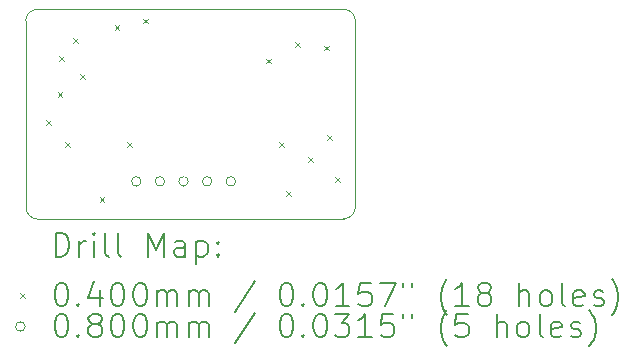
<source format=gbr>
%TF.GenerationSoftware,KiCad,Pcbnew,7.0.8*%
%TF.CreationDate,2024-10-08T21:20:55-04:00*%
%TF.ProjectId,SPIBreakout,53504942-7265-4616-9b6f-75742e6b6963,rev?*%
%TF.SameCoordinates,Original*%
%TF.FileFunction,Drillmap*%
%TF.FilePolarity,Positive*%
%FSLAX45Y45*%
G04 Gerber Fmt 4.5, Leading zero omitted, Abs format (unit mm)*
G04 Created by KiCad (PCBNEW 7.0.8) date 2024-10-08 21:20:55*
%MOMM*%
%LPD*%
G01*
G04 APERTURE LIST*
%ADD10C,0.100000*%
%ADD11C,0.200000*%
%ADD12C,0.040000*%
%ADD13C,0.080000*%
G04 APERTURE END LIST*
D10*
X13212155Y-7065160D02*
G75*
G03*
X13312000Y-6965155I-155J100000D01*
G01*
X10522782Y-6969404D02*
G75*
G03*
X10622596Y-7069179I99999J224D01*
G01*
X13212155Y-7065155D02*
X10622596Y-7069179D01*
X13212000Y-5292000D02*
X10619225Y-5292000D01*
X10619225Y-5292005D02*
G75*
G03*
X10519226Y-5392225I-5J-99995D01*
G01*
X13312000Y-6965155D02*
X13312000Y-5392000D01*
X10522776Y-6969404D02*
X10519226Y-5392225D01*
X13312000Y-5392000D02*
G75*
G03*
X13212000Y-5292000I-100000J0D01*
G01*
D11*
D12*
X10694000Y-6233000D02*
X10734000Y-6273000D01*
X10734000Y-6233000D02*
X10694000Y-6273000D01*
X10791000Y-5996000D02*
X10831000Y-6036000D01*
X10831000Y-5996000D02*
X10791000Y-6036000D01*
X10800000Y-5688000D02*
X10840000Y-5728000D01*
X10840000Y-5688000D02*
X10800000Y-5728000D01*
X10854000Y-6418000D02*
X10894000Y-6458000D01*
X10894000Y-6418000D02*
X10854000Y-6458000D01*
X10922000Y-5536000D02*
X10962000Y-5576000D01*
X10962000Y-5536000D02*
X10922000Y-5576000D01*
X10981000Y-5843000D02*
X11021000Y-5883000D01*
X11021000Y-5843000D02*
X10981000Y-5883000D01*
X11145000Y-6883000D02*
X11185000Y-6923000D01*
X11185000Y-6883000D02*
X11145000Y-6923000D01*
X11274000Y-5426000D02*
X11314000Y-5466000D01*
X11314000Y-5426000D02*
X11274000Y-5466000D01*
X11380000Y-6418000D02*
X11420000Y-6458000D01*
X11420000Y-6418000D02*
X11380000Y-6458000D01*
X11512000Y-5371000D02*
X11552000Y-5411000D01*
X11552000Y-5371000D02*
X11512000Y-5411000D01*
X12555000Y-5709000D02*
X12595000Y-5749000D01*
X12595000Y-5709000D02*
X12555000Y-5749000D01*
X12667000Y-6417000D02*
X12707000Y-6457000D01*
X12707000Y-6417000D02*
X12667000Y-6457000D01*
X12723000Y-6830000D02*
X12763000Y-6870000D01*
X12763000Y-6830000D02*
X12723000Y-6870000D01*
X12804000Y-5570000D02*
X12844000Y-5610000D01*
X12844000Y-5570000D02*
X12804000Y-5610000D01*
X12913000Y-6545000D02*
X12953000Y-6585000D01*
X12953000Y-6545000D02*
X12913000Y-6585000D01*
X13047000Y-5601000D02*
X13087000Y-5641000D01*
X13087000Y-5601000D02*
X13047000Y-5641000D01*
X13069000Y-6356000D02*
X13109000Y-6396000D01*
X13109000Y-6356000D02*
X13069000Y-6396000D01*
X13141000Y-6712000D02*
X13181000Y-6752000D01*
X13181000Y-6712000D02*
X13141000Y-6752000D01*
D13*
X11496000Y-6749000D02*
G75*
G03*
X11496000Y-6749000I-40000J0D01*
G01*
X11696000Y-6749000D02*
G75*
G03*
X11696000Y-6749000I-40000J0D01*
G01*
X11896000Y-6749000D02*
G75*
G03*
X11896000Y-6749000I-40000J0D01*
G01*
X12096000Y-6749000D02*
G75*
G03*
X12096000Y-6749000I-40000J0D01*
G01*
X12296000Y-6749000D02*
G75*
G03*
X12296000Y-6749000I-40000J0D01*
G01*
D11*
X10775002Y-7385662D02*
X10775002Y-7185662D01*
X10775002Y-7185662D02*
X10822621Y-7185662D01*
X10822621Y-7185662D02*
X10851193Y-7195186D01*
X10851193Y-7195186D02*
X10870240Y-7214234D01*
X10870240Y-7214234D02*
X10879764Y-7233281D01*
X10879764Y-7233281D02*
X10889288Y-7271377D01*
X10889288Y-7271377D02*
X10889288Y-7299948D01*
X10889288Y-7299948D02*
X10879764Y-7338043D01*
X10879764Y-7338043D02*
X10870240Y-7357091D01*
X10870240Y-7357091D02*
X10851193Y-7376139D01*
X10851193Y-7376139D02*
X10822621Y-7385662D01*
X10822621Y-7385662D02*
X10775002Y-7385662D01*
X10975002Y-7385662D02*
X10975002Y-7252329D01*
X10975002Y-7290424D02*
X10984526Y-7271377D01*
X10984526Y-7271377D02*
X10994050Y-7261853D01*
X10994050Y-7261853D02*
X11013097Y-7252329D01*
X11013097Y-7252329D02*
X11032145Y-7252329D01*
X11098812Y-7385662D02*
X11098812Y-7252329D01*
X11098812Y-7185662D02*
X11089288Y-7195186D01*
X11089288Y-7195186D02*
X11098812Y-7204710D01*
X11098812Y-7204710D02*
X11108335Y-7195186D01*
X11108335Y-7195186D02*
X11098812Y-7185662D01*
X11098812Y-7185662D02*
X11098812Y-7204710D01*
X11222621Y-7385662D02*
X11203573Y-7376139D01*
X11203573Y-7376139D02*
X11194050Y-7357091D01*
X11194050Y-7357091D02*
X11194050Y-7185662D01*
X11327383Y-7385662D02*
X11308335Y-7376139D01*
X11308335Y-7376139D02*
X11298812Y-7357091D01*
X11298812Y-7357091D02*
X11298812Y-7185662D01*
X11555954Y-7385662D02*
X11555954Y-7185662D01*
X11555954Y-7185662D02*
X11622621Y-7328520D01*
X11622621Y-7328520D02*
X11689288Y-7185662D01*
X11689288Y-7185662D02*
X11689288Y-7385662D01*
X11870240Y-7385662D02*
X11870240Y-7280901D01*
X11870240Y-7280901D02*
X11860716Y-7261853D01*
X11860716Y-7261853D02*
X11841669Y-7252329D01*
X11841669Y-7252329D02*
X11803573Y-7252329D01*
X11803573Y-7252329D02*
X11784526Y-7261853D01*
X11870240Y-7376139D02*
X11851193Y-7385662D01*
X11851193Y-7385662D02*
X11803573Y-7385662D01*
X11803573Y-7385662D02*
X11784526Y-7376139D01*
X11784526Y-7376139D02*
X11775002Y-7357091D01*
X11775002Y-7357091D02*
X11775002Y-7338043D01*
X11775002Y-7338043D02*
X11784526Y-7318996D01*
X11784526Y-7318996D02*
X11803573Y-7309472D01*
X11803573Y-7309472D02*
X11851193Y-7309472D01*
X11851193Y-7309472D02*
X11870240Y-7299948D01*
X11965478Y-7252329D02*
X11965478Y-7452329D01*
X11965478Y-7261853D02*
X11984526Y-7252329D01*
X11984526Y-7252329D02*
X12022621Y-7252329D01*
X12022621Y-7252329D02*
X12041669Y-7261853D01*
X12041669Y-7261853D02*
X12051193Y-7271377D01*
X12051193Y-7271377D02*
X12060716Y-7290424D01*
X12060716Y-7290424D02*
X12060716Y-7347567D01*
X12060716Y-7347567D02*
X12051193Y-7366615D01*
X12051193Y-7366615D02*
X12041669Y-7376139D01*
X12041669Y-7376139D02*
X12022621Y-7385662D01*
X12022621Y-7385662D02*
X11984526Y-7385662D01*
X11984526Y-7385662D02*
X11965478Y-7376139D01*
X12146431Y-7366615D02*
X12155954Y-7376139D01*
X12155954Y-7376139D02*
X12146431Y-7385662D01*
X12146431Y-7385662D02*
X12136907Y-7376139D01*
X12136907Y-7376139D02*
X12146431Y-7366615D01*
X12146431Y-7366615D02*
X12146431Y-7385662D01*
X12146431Y-7261853D02*
X12155954Y-7271377D01*
X12155954Y-7271377D02*
X12146431Y-7280901D01*
X12146431Y-7280901D02*
X12136907Y-7271377D01*
X12136907Y-7271377D02*
X12146431Y-7261853D01*
X12146431Y-7261853D02*
X12146431Y-7280901D01*
D12*
X10474225Y-7694179D02*
X10514225Y-7734179D01*
X10514225Y-7694179D02*
X10474225Y-7734179D01*
D11*
X10813097Y-7605662D02*
X10832145Y-7605662D01*
X10832145Y-7605662D02*
X10851193Y-7615186D01*
X10851193Y-7615186D02*
X10860716Y-7624710D01*
X10860716Y-7624710D02*
X10870240Y-7643758D01*
X10870240Y-7643758D02*
X10879764Y-7681853D01*
X10879764Y-7681853D02*
X10879764Y-7729472D01*
X10879764Y-7729472D02*
X10870240Y-7767567D01*
X10870240Y-7767567D02*
X10860716Y-7786615D01*
X10860716Y-7786615D02*
X10851193Y-7796139D01*
X10851193Y-7796139D02*
X10832145Y-7805662D01*
X10832145Y-7805662D02*
X10813097Y-7805662D01*
X10813097Y-7805662D02*
X10794050Y-7796139D01*
X10794050Y-7796139D02*
X10784526Y-7786615D01*
X10784526Y-7786615D02*
X10775002Y-7767567D01*
X10775002Y-7767567D02*
X10765478Y-7729472D01*
X10765478Y-7729472D02*
X10765478Y-7681853D01*
X10765478Y-7681853D02*
X10775002Y-7643758D01*
X10775002Y-7643758D02*
X10784526Y-7624710D01*
X10784526Y-7624710D02*
X10794050Y-7615186D01*
X10794050Y-7615186D02*
X10813097Y-7605662D01*
X10965478Y-7786615D02*
X10975002Y-7796139D01*
X10975002Y-7796139D02*
X10965478Y-7805662D01*
X10965478Y-7805662D02*
X10955955Y-7796139D01*
X10955955Y-7796139D02*
X10965478Y-7786615D01*
X10965478Y-7786615D02*
X10965478Y-7805662D01*
X11146431Y-7672329D02*
X11146431Y-7805662D01*
X11098812Y-7596139D02*
X11051193Y-7738996D01*
X11051193Y-7738996D02*
X11175002Y-7738996D01*
X11289288Y-7605662D02*
X11308335Y-7605662D01*
X11308335Y-7605662D02*
X11327383Y-7615186D01*
X11327383Y-7615186D02*
X11336907Y-7624710D01*
X11336907Y-7624710D02*
X11346431Y-7643758D01*
X11346431Y-7643758D02*
X11355954Y-7681853D01*
X11355954Y-7681853D02*
X11355954Y-7729472D01*
X11355954Y-7729472D02*
X11346431Y-7767567D01*
X11346431Y-7767567D02*
X11336907Y-7786615D01*
X11336907Y-7786615D02*
X11327383Y-7796139D01*
X11327383Y-7796139D02*
X11308335Y-7805662D01*
X11308335Y-7805662D02*
X11289288Y-7805662D01*
X11289288Y-7805662D02*
X11270240Y-7796139D01*
X11270240Y-7796139D02*
X11260716Y-7786615D01*
X11260716Y-7786615D02*
X11251193Y-7767567D01*
X11251193Y-7767567D02*
X11241669Y-7729472D01*
X11241669Y-7729472D02*
X11241669Y-7681853D01*
X11241669Y-7681853D02*
X11251193Y-7643758D01*
X11251193Y-7643758D02*
X11260716Y-7624710D01*
X11260716Y-7624710D02*
X11270240Y-7615186D01*
X11270240Y-7615186D02*
X11289288Y-7605662D01*
X11479764Y-7605662D02*
X11498812Y-7605662D01*
X11498812Y-7605662D02*
X11517859Y-7615186D01*
X11517859Y-7615186D02*
X11527383Y-7624710D01*
X11527383Y-7624710D02*
X11536907Y-7643758D01*
X11536907Y-7643758D02*
X11546431Y-7681853D01*
X11546431Y-7681853D02*
X11546431Y-7729472D01*
X11546431Y-7729472D02*
X11536907Y-7767567D01*
X11536907Y-7767567D02*
X11527383Y-7786615D01*
X11527383Y-7786615D02*
X11517859Y-7796139D01*
X11517859Y-7796139D02*
X11498812Y-7805662D01*
X11498812Y-7805662D02*
X11479764Y-7805662D01*
X11479764Y-7805662D02*
X11460716Y-7796139D01*
X11460716Y-7796139D02*
X11451193Y-7786615D01*
X11451193Y-7786615D02*
X11441669Y-7767567D01*
X11441669Y-7767567D02*
X11432145Y-7729472D01*
X11432145Y-7729472D02*
X11432145Y-7681853D01*
X11432145Y-7681853D02*
X11441669Y-7643758D01*
X11441669Y-7643758D02*
X11451193Y-7624710D01*
X11451193Y-7624710D02*
X11460716Y-7615186D01*
X11460716Y-7615186D02*
X11479764Y-7605662D01*
X11632145Y-7805662D02*
X11632145Y-7672329D01*
X11632145Y-7691377D02*
X11641669Y-7681853D01*
X11641669Y-7681853D02*
X11660716Y-7672329D01*
X11660716Y-7672329D02*
X11689288Y-7672329D01*
X11689288Y-7672329D02*
X11708335Y-7681853D01*
X11708335Y-7681853D02*
X11717859Y-7700901D01*
X11717859Y-7700901D02*
X11717859Y-7805662D01*
X11717859Y-7700901D02*
X11727383Y-7681853D01*
X11727383Y-7681853D02*
X11746431Y-7672329D01*
X11746431Y-7672329D02*
X11775002Y-7672329D01*
X11775002Y-7672329D02*
X11794050Y-7681853D01*
X11794050Y-7681853D02*
X11803574Y-7700901D01*
X11803574Y-7700901D02*
X11803574Y-7805662D01*
X11898812Y-7805662D02*
X11898812Y-7672329D01*
X11898812Y-7691377D02*
X11908335Y-7681853D01*
X11908335Y-7681853D02*
X11927383Y-7672329D01*
X11927383Y-7672329D02*
X11955955Y-7672329D01*
X11955955Y-7672329D02*
X11975002Y-7681853D01*
X11975002Y-7681853D02*
X11984526Y-7700901D01*
X11984526Y-7700901D02*
X11984526Y-7805662D01*
X11984526Y-7700901D02*
X11994050Y-7681853D01*
X11994050Y-7681853D02*
X12013097Y-7672329D01*
X12013097Y-7672329D02*
X12041669Y-7672329D01*
X12041669Y-7672329D02*
X12060716Y-7681853D01*
X12060716Y-7681853D02*
X12070240Y-7700901D01*
X12070240Y-7700901D02*
X12070240Y-7805662D01*
X12460716Y-7596139D02*
X12289288Y-7853281D01*
X12717859Y-7605662D02*
X12736907Y-7605662D01*
X12736907Y-7605662D02*
X12755955Y-7615186D01*
X12755955Y-7615186D02*
X12765478Y-7624710D01*
X12765478Y-7624710D02*
X12775002Y-7643758D01*
X12775002Y-7643758D02*
X12784526Y-7681853D01*
X12784526Y-7681853D02*
X12784526Y-7729472D01*
X12784526Y-7729472D02*
X12775002Y-7767567D01*
X12775002Y-7767567D02*
X12765478Y-7786615D01*
X12765478Y-7786615D02*
X12755955Y-7796139D01*
X12755955Y-7796139D02*
X12736907Y-7805662D01*
X12736907Y-7805662D02*
X12717859Y-7805662D01*
X12717859Y-7805662D02*
X12698812Y-7796139D01*
X12698812Y-7796139D02*
X12689288Y-7786615D01*
X12689288Y-7786615D02*
X12679764Y-7767567D01*
X12679764Y-7767567D02*
X12670240Y-7729472D01*
X12670240Y-7729472D02*
X12670240Y-7681853D01*
X12670240Y-7681853D02*
X12679764Y-7643758D01*
X12679764Y-7643758D02*
X12689288Y-7624710D01*
X12689288Y-7624710D02*
X12698812Y-7615186D01*
X12698812Y-7615186D02*
X12717859Y-7605662D01*
X12870240Y-7786615D02*
X12879764Y-7796139D01*
X12879764Y-7796139D02*
X12870240Y-7805662D01*
X12870240Y-7805662D02*
X12860717Y-7796139D01*
X12860717Y-7796139D02*
X12870240Y-7786615D01*
X12870240Y-7786615D02*
X12870240Y-7805662D01*
X13003574Y-7605662D02*
X13022621Y-7605662D01*
X13022621Y-7605662D02*
X13041669Y-7615186D01*
X13041669Y-7615186D02*
X13051193Y-7624710D01*
X13051193Y-7624710D02*
X13060717Y-7643758D01*
X13060717Y-7643758D02*
X13070240Y-7681853D01*
X13070240Y-7681853D02*
X13070240Y-7729472D01*
X13070240Y-7729472D02*
X13060717Y-7767567D01*
X13060717Y-7767567D02*
X13051193Y-7786615D01*
X13051193Y-7786615D02*
X13041669Y-7796139D01*
X13041669Y-7796139D02*
X13022621Y-7805662D01*
X13022621Y-7805662D02*
X13003574Y-7805662D01*
X13003574Y-7805662D02*
X12984526Y-7796139D01*
X12984526Y-7796139D02*
X12975002Y-7786615D01*
X12975002Y-7786615D02*
X12965478Y-7767567D01*
X12965478Y-7767567D02*
X12955955Y-7729472D01*
X12955955Y-7729472D02*
X12955955Y-7681853D01*
X12955955Y-7681853D02*
X12965478Y-7643758D01*
X12965478Y-7643758D02*
X12975002Y-7624710D01*
X12975002Y-7624710D02*
X12984526Y-7615186D01*
X12984526Y-7615186D02*
X13003574Y-7605662D01*
X13260717Y-7805662D02*
X13146431Y-7805662D01*
X13203574Y-7805662D02*
X13203574Y-7605662D01*
X13203574Y-7605662D02*
X13184526Y-7634234D01*
X13184526Y-7634234D02*
X13165478Y-7653281D01*
X13165478Y-7653281D02*
X13146431Y-7662805D01*
X13441669Y-7605662D02*
X13346431Y-7605662D01*
X13346431Y-7605662D02*
X13336907Y-7700901D01*
X13336907Y-7700901D02*
X13346431Y-7691377D01*
X13346431Y-7691377D02*
X13365478Y-7681853D01*
X13365478Y-7681853D02*
X13413098Y-7681853D01*
X13413098Y-7681853D02*
X13432145Y-7691377D01*
X13432145Y-7691377D02*
X13441669Y-7700901D01*
X13441669Y-7700901D02*
X13451193Y-7719948D01*
X13451193Y-7719948D02*
X13451193Y-7767567D01*
X13451193Y-7767567D02*
X13441669Y-7786615D01*
X13441669Y-7786615D02*
X13432145Y-7796139D01*
X13432145Y-7796139D02*
X13413098Y-7805662D01*
X13413098Y-7805662D02*
X13365478Y-7805662D01*
X13365478Y-7805662D02*
X13346431Y-7796139D01*
X13346431Y-7796139D02*
X13336907Y-7786615D01*
X13517859Y-7605662D02*
X13651193Y-7605662D01*
X13651193Y-7605662D02*
X13565478Y-7805662D01*
X13717859Y-7605662D02*
X13717859Y-7643758D01*
X13794050Y-7605662D02*
X13794050Y-7643758D01*
X14089288Y-7881853D02*
X14079764Y-7872329D01*
X14079764Y-7872329D02*
X14060717Y-7843758D01*
X14060717Y-7843758D02*
X14051193Y-7824710D01*
X14051193Y-7824710D02*
X14041669Y-7796139D01*
X14041669Y-7796139D02*
X14032145Y-7748520D01*
X14032145Y-7748520D02*
X14032145Y-7710424D01*
X14032145Y-7710424D02*
X14041669Y-7662805D01*
X14041669Y-7662805D02*
X14051193Y-7634234D01*
X14051193Y-7634234D02*
X14060717Y-7615186D01*
X14060717Y-7615186D02*
X14079764Y-7586615D01*
X14079764Y-7586615D02*
X14089288Y-7577091D01*
X14270240Y-7805662D02*
X14155955Y-7805662D01*
X14213098Y-7805662D02*
X14213098Y-7605662D01*
X14213098Y-7605662D02*
X14194050Y-7634234D01*
X14194050Y-7634234D02*
X14175002Y-7653281D01*
X14175002Y-7653281D02*
X14155955Y-7662805D01*
X14384526Y-7691377D02*
X14365479Y-7681853D01*
X14365479Y-7681853D02*
X14355955Y-7672329D01*
X14355955Y-7672329D02*
X14346431Y-7653281D01*
X14346431Y-7653281D02*
X14346431Y-7643758D01*
X14346431Y-7643758D02*
X14355955Y-7624710D01*
X14355955Y-7624710D02*
X14365479Y-7615186D01*
X14365479Y-7615186D02*
X14384526Y-7605662D01*
X14384526Y-7605662D02*
X14422621Y-7605662D01*
X14422621Y-7605662D02*
X14441669Y-7615186D01*
X14441669Y-7615186D02*
X14451193Y-7624710D01*
X14451193Y-7624710D02*
X14460717Y-7643758D01*
X14460717Y-7643758D02*
X14460717Y-7653281D01*
X14460717Y-7653281D02*
X14451193Y-7672329D01*
X14451193Y-7672329D02*
X14441669Y-7681853D01*
X14441669Y-7681853D02*
X14422621Y-7691377D01*
X14422621Y-7691377D02*
X14384526Y-7691377D01*
X14384526Y-7691377D02*
X14365479Y-7700901D01*
X14365479Y-7700901D02*
X14355955Y-7710424D01*
X14355955Y-7710424D02*
X14346431Y-7729472D01*
X14346431Y-7729472D02*
X14346431Y-7767567D01*
X14346431Y-7767567D02*
X14355955Y-7786615D01*
X14355955Y-7786615D02*
X14365479Y-7796139D01*
X14365479Y-7796139D02*
X14384526Y-7805662D01*
X14384526Y-7805662D02*
X14422621Y-7805662D01*
X14422621Y-7805662D02*
X14441669Y-7796139D01*
X14441669Y-7796139D02*
X14451193Y-7786615D01*
X14451193Y-7786615D02*
X14460717Y-7767567D01*
X14460717Y-7767567D02*
X14460717Y-7729472D01*
X14460717Y-7729472D02*
X14451193Y-7710424D01*
X14451193Y-7710424D02*
X14441669Y-7700901D01*
X14441669Y-7700901D02*
X14422621Y-7691377D01*
X14698812Y-7805662D02*
X14698812Y-7605662D01*
X14784526Y-7805662D02*
X14784526Y-7700901D01*
X14784526Y-7700901D02*
X14775002Y-7681853D01*
X14775002Y-7681853D02*
X14755955Y-7672329D01*
X14755955Y-7672329D02*
X14727383Y-7672329D01*
X14727383Y-7672329D02*
X14708336Y-7681853D01*
X14708336Y-7681853D02*
X14698812Y-7691377D01*
X14908336Y-7805662D02*
X14889288Y-7796139D01*
X14889288Y-7796139D02*
X14879764Y-7786615D01*
X14879764Y-7786615D02*
X14870241Y-7767567D01*
X14870241Y-7767567D02*
X14870241Y-7710424D01*
X14870241Y-7710424D02*
X14879764Y-7691377D01*
X14879764Y-7691377D02*
X14889288Y-7681853D01*
X14889288Y-7681853D02*
X14908336Y-7672329D01*
X14908336Y-7672329D02*
X14936907Y-7672329D01*
X14936907Y-7672329D02*
X14955955Y-7681853D01*
X14955955Y-7681853D02*
X14965479Y-7691377D01*
X14965479Y-7691377D02*
X14975002Y-7710424D01*
X14975002Y-7710424D02*
X14975002Y-7767567D01*
X14975002Y-7767567D02*
X14965479Y-7786615D01*
X14965479Y-7786615D02*
X14955955Y-7796139D01*
X14955955Y-7796139D02*
X14936907Y-7805662D01*
X14936907Y-7805662D02*
X14908336Y-7805662D01*
X15089288Y-7805662D02*
X15070241Y-7796139D01*
X15070241Y-7796139D02*
X15060717Y-7777091D01*
X15060717Y-7777091D02*
X15060717Y-7605662D01*
X15241669Y-7796139D02*
X15222622Y-7805662D01*
X15222622Y-7805662D02*
X15184526Y-7805662D01*
X15184526Y-7805662D02*
X15165479Y-7796139D01*
X15165479Y-7796139D02*
X15155955Y-7777091D01*
X15155955Y-7777091D02*
X15155955Y-7700901D01*
X15155955Y-7700901D02*
X15165479Y-7681853D01*
X15165479Y-7681853D02*
X15184526Y-7672329D01*
X15184526Y-7672329D02*
X15222622Y-7672329D01*
X15222622Y-7672329D02*
X15241669Y-7681853D01*
X15241669Y-7681853D02*
X15251193Y-7700901D01*
X15251193Y-7700901D02*
X15251193Y-7719948D01*
X15251193Y-7719948D02*
X15155955Y-7738996D01*
X15327383Y-7796139D02*
X15346431Y-7805662D01*
X15346431Y-7805662D02*
X15384526Y-7805662D01*
X15384526Y-7805662D02*
X15403574Y-7796139D01*
X15403574Y-7796139D02*
X15413098Y-7777091D01*
X15413098Y-7777091D02*
X15413098Y-7767567D01*
X15413098Y-7767567D02*
X15403574Y-7748520D01*
X15403574Y-7748520D02*
X15384526Y-7738996D01*
X15384526Y-7738996D02*
X15355955Y-7738996D01*
X15355955Y-7738996D02*
X15336907Y-7729472D01*
X15336907Y-7729472D02*
X15327383Y-7710424D01*
X15327383Y-7710424D02*
X15327383Y-7700901D01*
X15327383Y-7700901D02*
X15336907Y-7681853D01*
X15336907Y-7681853D02*
X15355955Y-7672329D01*
X15355955Y-7672329D02*
X15384526Y-7672329D01*
X15384526Y-7672329D02*
X15403574Y-7681853D01*
X15479764Y-7881853D02*
X15489288Y-7872329D01*
X15489288Y-7872329D02*
X15508336Y-7843758D01*
X15508336Y-7843758D02*
X15517860Y-7824710D01*
X15517860Y-7824710D02*
X15527383Y-7796139D01*
X15527383Y-7796139D02*
X15536907Y-7748520D01*
X15536907Y-7748520D02*
X15536907Y-7710424D01*
X15536907Y-7710424D02*
X15527383Y-7662805D01*
X15527383Y-7662805D02*
X15517860Y-7634234D01*
X15517860Y-7634234D02*
X15508336Y-7615186D01*
X15508336Y-7615186D02*
X15489288Y-7586615D01*
X15489288Y-7586615D02*
X15479764Y-7577091D01*
D13*
X10514225Y-7978179D02*
G75*
G03*
X10514225Y-7978179I-40000J0D01*
G01*
D11*
X10813097Y-7869662D02*
X10832145Y-7869662D01*
X10832145Y-7869662D02*
X10851193Y-7879186D01*
X10851193Y-7879186D02*
X10860716Y-7888710D01*
X10860716Y-7888710D02*
X10870240Y-7907758D01*
X10870240Y-7907758D02*
X10879764Y-7945853D01*
X10879764Y-7945853D02*
X10879764Y-7993472D01*
X10879764Y-7993472D02*
X10870240Y-8031567D01*
X10870240Y-8031567D02*
X10860716Y-8050615D01*
X10860716Y-8050615D02*
X10851193Y-8060139D01*
X10851193Y-8060139D02*
X10832145Y-8069662D01*
X10832145Y-8069662D02*
X10813097Y-8069662D01*
X10813097Y-8069662D02*
X10794050Y-8060139D01*
X10794050Y-8060139D02*
X10784526Y-8050615D01*
X10784526Y-8050615D02*
X10775002Y-8031567D01*
X10775002Y-8031567D02*
X10765478Y-7993472D01*
X10765478Y-7993472D02*
X10765478Y-7945853D01*
X10765478Y-7945853D02*
X10775002Y-7907758D01*
X10775002Y-7907758D02*
X10784526Y-7888710D01*
X10784526Y-7888710D02*
X10794050Y-7879186D01*
X10794050Y-7879186D02*
X10813097Y-7869662D01*
X10965478Y-8050615D02*
X10975002Y-8060139D01*
X10975002Y-8060139D02*
X10965478Y-8069662D01*
X10965478Y-8069662D02*
X10955955Y-8060139D01*
X10955955Y-8060139D02*
X10965478Y-8050615D01*
X10965478Y-8050615D02*
X10965478Y-8069662D01*
X11089288Y-7955377D02*
X11070240Y-7945853D01*
X11070240Y-7945853D02*
X11060716Y-7936329D01*
X11060716Y-7936329D02*
X11051193Y-7917281D01*
X11051193Y-7917281D02*
X11051193Y-7907758D01*
X11051193Y-7907758D02*
X11060716Y-7888710D01*
X11060716Y-7888710D02*
X11070240Y-7879186D01*
X11070240Y-7879186D02*
X11089288Y-7869662D01*
X11089288Y-7869662D02*
X11127383Y-7869662D01*
X11127383Y-7869662D02*
X11146431Y-7879186D01*
X11146431Y-7879186D02*
X11155955Y-7888710D01*
X11155955Y-7888710D02*
X11165478Y-7907758D01*
X11165478Y-7907758D02*
X11165478Y-7917281D01*
X11165478Y-7917281D02*
X11155955Y-7936329D01*
X11155955Y-7936329D02*
X11146431Y-7945853D01*
X11146431Y-7945853D02*
X11127383Y-7955377D01*
X11127383Y-7955377D02*
X11089288Y-7955377D01*
X11089288Y-7955377D02*
X11070240Y-7964901D01*
X11070240Y-7964901D02*
X11060716Y-7974424D01*
X11060716Y-7974424D02*
X11051193Y-7993472D01*
X11051193Y-7993472D02*
X11051193Y-8031567D01*
X11051193Y-8031567D02*
X11060716Y-8050615D01*
X11060716Y-8050615D02*
X11070240Y-8060139D01*
X11070240Y-8060139D02*
X11089288Y-8069662D01*
X11089288Y-8069662D02*
X11127383Y-8069662D01*
X11127383Y-8069662D02*
X11146431Y-8060139D01*
X11146431Y-8060139D02*
X11155955Y-8050615D01*
X11155955Y-8050615D02*
X11165478Y-8031567D01*
X11165478Y-8031567D02*
X11165478Y-7993472D01*
X11165478Y-7993472D02*
X11155955Y-7974424D01*
X11155955Y-7974424D02*
X11146431Y-7964901D01*
X11146431Y-7964901D02*
X11127383Y-7955377D01*
X11289288Y-7869662D02*
X11308335Y-7869662D01*
X11308335Y-7869662D02*
X11327383Y-7879186D01*
X11327383Y-7879186D02*
X11336907Y-7888710D01*
X11336907Y-7888710D02*
X11346431Y-7907758D01*
X11346431Y-7907758D02*
X11355954Y-7945853D01*
X11355954Y-7945853D02*
X11355954Y-7993472D01*
X11355954Y-7993472D02*
X11346431Y-8031567D01*
X11346431Y-8031567D02*
X11336907Y-8050615D01*
X11336907Y-8050615D02*
X11327383Y-8060139D01*
X11327383Y-8060139D02*
X11308335Y-8069662D01*
X11308335Y-8069662D02*
X11289288Y-8069662D01*
X11289288Y-8069662D02*
X11270240Y-8060139D01*
X11270240Y-8060139D02*
X11260716Y-8050615D01*
X11260716Y-8050615D02*
X11251193Y-8031567D01*
X11251193Y-8031567D02*
X11241669Y-7993472D01*
X11241669Y-7993472D02*
X11241669Y-7945853D01*
X11241669Y-7945853D02*
X11251193Y-7907758D01*
X11251193Y-7907758D02*
X11260716Y-7888710D01*
X11260716Y-7888710D02*
X11270240Y-7879186D01*
X11270240Y-7879186D02*
X11289288Y-7869662D01*
X11479764Y-7869662D02*
X11498812Y-7869662D01*
X11498812Y-7869662D02*
X11517859Y-7879186D01*
X11517859Y-7879186D02*
X11527383Y-7888710D01*
X11527383Y-7888710D02*
X11536907Y-7907758D01*
X11536907Y-7907758D02*
X11546431Y-7945853D01*
X11546431Y-7945853D02*
X11546431Y-7993472D01*
X11546431Y-7993472D02*
X11536907Y-8031567D01*
X11536907Y-8031567D02*
X11527383Y-8050615D01*
X11527383Y-8050615D02*
X11517859Y-8060139D01*
X11517859Y-8060139D02*
X11498812Y-8069662D01*
X11498812Y-8069662D02*
X11479764Y-8069662D01*
X11479764Y-8069662D02*
X11460716Y-8060139D01*
X11460716Y-8060139D02*
X11451193Y-8050615D01*
X11451193Y-8050615D02*
X11441669Y-8031567D01*
X11441669Y-8031567D02*
X11432145Y-7993472D01*
X11432145Y-7993472D02*
X11432145Y-7945853D01*
X11432145Y-7945853D02*
X11441669Y-7907758D01*
X11441669Y-7907758D02*
X11451193Y-7888710D01*
X11451193Y-7888710D02*
X11460716Y-7879186D01*
X11460716Y-7879186D02*
X11479764Y-7869662D01*
X11632145Y-8069662D02*
X11632145Y-7936329D01*
X11632145Y-7955377D02*
X11641669Y-7945853D01*
X11641669Y-7945853D02*
X11660716Y-7936329D01*
X11660716Y-7936329D02*
X11689288Y-7936329D01*
X11689288Y-7936329D02*
X11708335Y-7945853D01*
X11708335Y-7945853D02*
X11717859Y-7964901D01*
X11717859Y-7964901D02*
X11717859Y-8069662D01*
X11717859Y-7964901D02*
X11727383Y-7945853D01*
X11727383Y-7945853D02*
X11746431Y-7936329D01*
X11746431Y-7936329D02*
X11775002Y-7936329D01*
X11775002Y-7936329D02*
X11794050Y-7945853D01*
X11794050Y-7945853D02*
X11803574Y-7964901D01*
X11803574Y-7964901D02*
X11803574Y-8069662D01*
X11898812Y-8069662D02*
X11898812Y-7936329D01*
X11898812Y-7955377D02*
X11908335Y-7945853D01*
X11908335Y-7945853D02*
X11927383Y-7936329D01*
X11927383Y-7936329D02*
X11955955Y-7936329D01*
X11955955Y-7936329D02*
X11975002Y-7945853D01*
X11975002Y-7945853D02*
X11984526Y-7964901D01*
X11984526Y-7964901D02*
X11984526Y-8069662D01*
X11984526Y-7964901D02*
X11994050Y-7945853D01*
X11994050Y-7945853D02*
X12013097Y-7936329D01*
X12013097Y-7936329D02*
X12041669Y-7936329D01*
X12041669Y-7936329D02*
X12060716Y-7945853D01*
X12060716Y-7945853D02*
X12070240Y-7964901D01*
X12070240Y-7964901D02*
X12070240Y-8069662D01*
X12460716Y-7860139D02*
X12289288Y-8117281D01*
X12717859Y-7869662D02*
X12736907Y-7869662D01*
X12736907Y-7869662D02*
X12755955Y-7879186D01*
X12755955Y-7879186D02*
X12765478Y-7888710D01*
X12765478Y-7888710D02*
X12775002Y-7907758D01*
X12775002Y-7907758D02*
X12784526Y-7945853D01*
X12784526Y-7945853D02*
X12784526Y-7993472D01*
X12784526Y-7993472D02*
X12775002Y-8031567D01*
X12775002Y-8031567D02*
X12765478Y-8050615D01*
X12765478Y-8050615D02*
X12755955Y-8060139D01*
X12755955Y-8060139D02*
X12736907Y-8069662D01*
X12736907Y-8069662D02*
X12717859Y-8069662D01*
X12717859Y-8069662D02*
X12698812Y-8060139D01*
X12698812Y-8060139D02*
X12689288Y-8050615D01*
X12689288Y-8050615D02*
X12679764Y-8031567D01*
X12679764Y-8031567D02*
X12670240Y-7993472D01*
X12670240Y-7993472D02*
X12670240Y-7945853D01*
X12670240Y-7945853D02*
X12679764Y-7907758D01*
X12679764Y-7907758D02*
X12689288Y-7888710D01*
X12689288Y-7888710D02*
X12698812Y-7879186D01*
X12698812Y-7879186D02*
X12717859Y-7869662D01*
X12870240Y-8050615D02*
X12879764Y-8060139D01*
X12879764Y-8060139D02*
X12870240Y-8069662D01*
X12870240Y-8069662D02*
X12860717Y-8060139D01*
X12860717Y-8060139D02*
X12870240Y-8050615D01*
X12870240Y-8050615D02*
X12870240Y-8069662D01*
X13003574Y-7869662D02*
X13022621Y-7869662D01*
X13022621Y-7869662D02*
X13041669Y-7879186D01*
X13041669Y-7879186D02*
X13051193Y-7888710D01*
X13051193Y-7888710D02*
X13060717Y-7907758D01*
X13060717Y-7907758D02*
X13070240Y-7945853D01*
X13070240Y-7945853D02*
X13070240Y-7993472D01*
X13070240Y-7993472D02*
X13060717Y-8031567D01*
X13060717Y-8031567D02*
X13051193Y-8050615D01*
X13051193Y-8050615D02*
X13041669Y-8060139D01*
X13041669Y-8060139D02*
X13022621Y-8069662D01*
X13022621Y-8069662D02*
X13003574Y-8069662D01*
X13003574Y-8069662D02*
X12984526Y-8060139D01*
X12984526Y-8060139D02*
X12975002Y-8050615D01*
X12975002Y-8050615D02*
X12965478Y-8031567D01*
X12965478Y-8031567D02*
X12955955Y-7993472D01*
X12955955Y-7993472D02*
X12955955Y-7945853D01*
X12955955Y-7945853D02*
X12965478Y-7907758D01*
X12965478Y-7907758D02*
X12975002Y-7888710D01*
X12975002Y-7888710D02*
X12984526Y-7879186D01*
X12984526Y-7879186D02*
X13003574Y-7869662D01*
X13136907Y-7869662D02*
X13260717Y-7869662D01*
X13260717Y-7869662D02*
X13194050Y-7945853D01*
X13194050Y-7945853D02*
X13222621Y-7945853D01*
X13222621Y-7945853D02*
X13241669Y-7955377D01*
X13241669Y-7955377D02*
X13251193Y-7964901D01*
X13251193Y-7964901D02*
X13260717Y-7983948D01*
X13260717Y-7983948D02*
X13260717Y-8031567D01*
X13260717Y-8031567D02*
X13251193Y-8050615D01*
X13251193Y-8050615D02*
X13241669Y-8060139D01*
X13241669Y-8060139D02*
X13222621Y-8069662D01*
X13222621Y-8069662D02*
X13165478Y-8069662D01*
X13165478Y-8069662D02*
X13146431Y-8060139D01*
X13146431Y-8060139D02*
X13136907Y-8050615D01*
X13451193Y-8069662D02*
X13336907Y-8069662D01*
X13394050Y-8069662D02*
X13394050Y-7869662D01*
X13394050Y-7869662D02*
X13375002Y-7898234D01*
X13375002Y-7898234D02*
X13355955Y-7917281D01*
X13355955Y-7917281D02*
X13336907Y-7926805D01*
X13632145Y-7869662D02*
X13536907Y-7869662D01*
X13536907Y-7869662D02*
X13527383Y-7964901D01*
X13527383Y-7964901D02*
X13536907Y-7955377D01*
X13536907Y-7955377D02*
X13555955Y-7945853D01*
X13555955Y-7945853D02*
X13603574Y-7945853D01*
X13603574Y-7945853D02*
X13622621Y-7955377D01*
X13622621Y-7955377D02*
X13632145Y-7964901D01*
X13632145Y-7964901D02*
X13641669Y-7983948D01*
X13641669Y-7983948D02*
X13641669Y-8031567D01*
X13641669Y-8031567D02*
X13632145Y-8050615D01*
X13632145Y-8050615D02*
X13622621Y-8060139D01*
X13622621Y-8060139D02*
X13603574Y-8069662D01*
X13603574Y-8069662D02*
X13555955Y-8069662D01*
X13555955Y-8069662D02*
X13536907Y-8060139D01*
X13536907Y-8060139D02*
X13527383Y-8050615D01*
X13717859Y-7869662D02*
X13717859Y-7907758D01*
X13794050Y-7869662D02*
X13794050Y-7907758D01*
X14089288Y-8145853D02*
X14079764Y-8136329D01*
X14079764Y-8136329D02*
X14060717Y-8107758D01*
X14060717Y-8107758D02*
X14051193Y-8088710D01*
X14051193Y-8088710D02*
X14041669Y-8060139D01*
X14041669Y-8060139D02*
X14032145Y-8012520D01*
X14032145Y-8012520D02*
X14032145Y-7974424D01*
X14032145Y-7974424D02*
X14041669Y-7926805D01*
X14041669Y-7926805D02*
X14051193Y-7898234D01*
X14051193Y-7898234D02*
X14060717Y-7879186D01*
X14060717Y-7879186D02*
X14079764Y-7850615D01*
X14079764Y-7850615D02*
X14089288Y-7841091D01*
X14260717Y-7869662D02*
X14165479Y-7869662D01*
X14165479Y-7869662D02*
X14155955Y-7964901D01*
X14155955Y-7964901D02*
X14165479Y-7955377D01*
X14165479Y-7955377D02*
X14184526Y-7945853D01*
X14184526Y-7945853D02*
X14232145Y-7945853D01*
X14232145Y-7945853D02*
X14251193Y-7955377D01*
X14251193Y-7955377D02*
X14260717Y-7964901D01*
X14260717Y-7964901D02*
X14270240Y-7983948D01*
X14270240Y-7983948D02*
X14270240Y-8031567D01*
X14270240Y-8031567D02*
X14260717Y-8050615D01*
X14260717Y-8050615D02*
X14251193Y-8060139D01*
X14251193Y-8060139D02*
X14232145Y-8069662D01*
X14232145Y-8069662D02*
X14184526Y-8069662D01*
X14184526Y-8069662D02*
X14165479Y-8060139D01*
X14165479Y-8060139D02*
X14155955Y-8050615D01*
X14508336Y-8069662D02*
X14508336Y-7869662D01*
X14594050Y-8069662D02*
X14594050Y-7964901D01*
X14594050Y-7964901D02*
X14584526Y-7945853D01*
X14584526Y-7945853D02*
X14565479Y-7936329D01*
X14565479Y-7936329D02*
X14536907Y-7936329D01*
X14536907Y-7936329D02*
X14517860Y-7945853D01*
X14517860Y-7945853D02*
X14508336Y-7955377D01*
X14717860Y-8069662D02*
X14698812Y-8060139D01*
X14698812Y-8060139D02*
X14689288Y-8050615D01*
X14689288Y-8050615D02*
X14679764Y-8031567D01*
X14679764Y-8031567D02*
X14679764Y-7974424D01*
X14679764Y-7974424D02*
X14689288Y-7955377D01*
X14689288Y-7955377D02*
X14698812Y-7945853D01*
X14698812Y-7945853D02*
X14717860Y-7936329D01*
X14717860Y-7936329D02*
X14746431Y-7936329D01*
X14746431Y-7936329D02*
X14765479Y-7945853D01*
X14765479Y-7945853D02*
X14775002Y-7955377D01*
X14775002Y-7955377D02*
X14784526Y-7974424D01*
X14784526Y-7974424D02*
X14784526Y-8031567D01*
X14784526Y-8031567D02*
X14775002Y-8050615D01*
X14775002Y-8050615D02*
X14765479Y-8060139D01*
X14765479Y-8060139D02*
X14746431Y-8069662D01*
X14746431Y-8069662D02*
X14717860Y-8069662D01*
X14898812Y-8069662D02*
X14879764Y-8060139D01*
X14879764Y-8060139D02*
X14870241Y-8041091D01*
X14870241Y-8041091D02*
X14870241Y-7869662D01*
X15051193Y-8060139D02*
X15032145Y-8069662D01*
X15032145Y-8069662D02*
X14994050Y-8069662D01*
X14994050Y-8069662D02*
X14975002Y-8060139D01*
X14975002Y-8060139D02*
X14965479Y-8041091D01*
X14965479Y-8041091D02*
X14965479Y-7964901D01*
X14965479Y-7964901D02*
X14975002Y-7945853D01*
X14975002Y-7945853D02*
X14994050Y-7936329D01*
X14994050Y-7936329D02*
X15032145Y-7936329D01*
X15032145Y-7936329D02*
X15051193Y-7945853D01*
X15051193Y-7945853D02*
X15060717Y-7964901D01*
X15060717Y-7964901D02*
X15060717Y-7983948D01*
X15060717Y-7983948D02*
X14965479Y-8002996D01*
X15136907Y-8060139D02*
X15155955Y-8069662D01*
X15155955Y-8069662D02*
X15194050Y-8069662D01*
X15194050Y-8069662D02*
X15213098Y-8060139D01*
X15213098Y-8060139D02*
X15222622Y-8041091D01*
X15222622Y-8041091D02*
X15222622Y-8031567D01*
X15222622Y-8031567D02*
X15213098Y-8012520D01*
X15213098Y-8012520D02*
X15194050Y-8002996D01*
X15194050Y-8002996D02*
X15165479Y-8002996D01*
X15165479Y-8002996D02*
X15146431Y-7993472D01*
X15146431Y-7993472D02*
X15136907Y-7974424D01*
X15136907Y-7974424D02*
X15136907Y-7964901D01*
X15136907Y-7964901D02*
X15146431Y-7945853D01*
X15146431Y-7945853D02*
X15165479Y-7936329D01*
X15165479Y-7936329D02*
X15194050Y-7936329D01*
X15194050Y-7936329D02*
X15213098Y-7945853D01*
X15289288Y-8145853D02*
X15298812Y-8136329D01*
X15298812Y-8136329D02*
X15317860Y-8107758D01*
X15317860Y-8107758D02*
X15327383Y-8088710D01*
X15327383Y-8088710D02*
X15336907Y-8060139D01*
X15336907Y-8060139D02*
X15346431Y-8012520D01*
X15346431Y-8012520D02*
X15346431Y-7974424D01*
X15346431Y-7974424D02*
X15336907Y-7926805D01*
X15336907Y-7926805D02*
X15327383Y-7898234D01*
X15327383Y-7898234D02*
X15317860Y-7879186D01*
X15317860Y-7879186D02*
X15298812Y-7850615D01*
X15298812Y-7850615D02*
X15289288Y-7841091D01*
M02*

</source>
